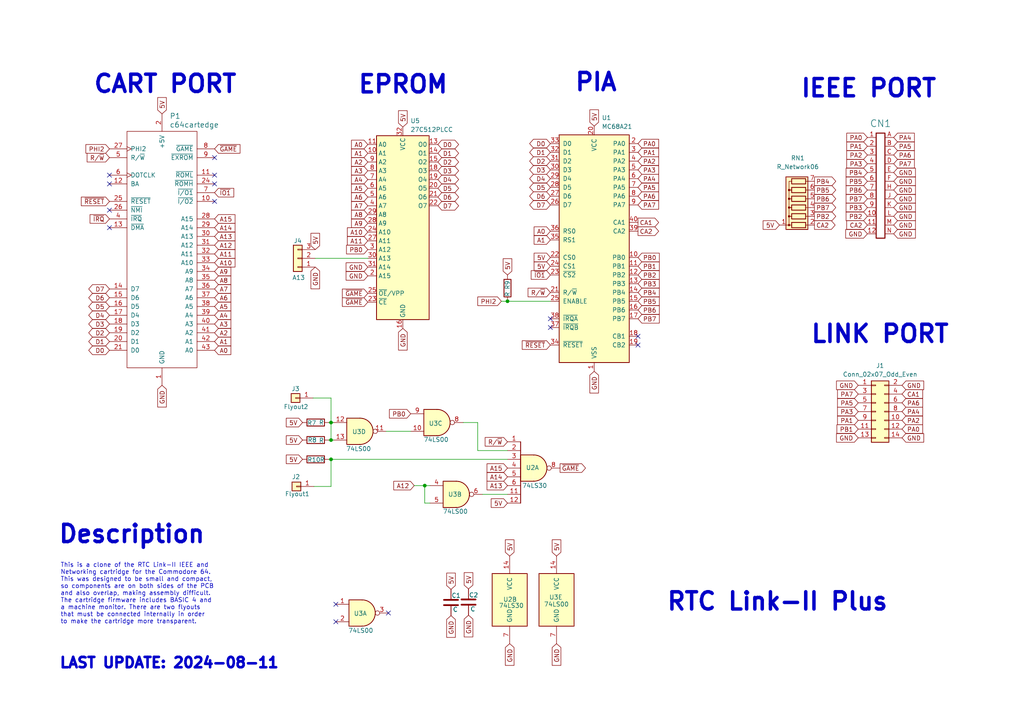
<source format=kicad_sch>
(kicad_sch (version 20231120) (generator "eeschema") (generator_version "8.0")
  (paper "A4")
  (lib_symbols
    (symbol "74xx:74LS00" (pin_names (offset 1.016))
      (property "Reference" "U" (at 0 1.27 0))
      (property "Value" "74LS00" (at 0 -1.27 0))
      (symbol "74LS00_1_1"
        (pin input line (at -7.62 2.54 0) (length 3.81) (name "~") (number "1"))
        (pin input line (at -7.62 -2.54 0) (length 3.81) (name "~") (number "2"))
        (pin output inverted (at 7.62 0 180) (length 3.81) (name "~") (number "3"))
      )
      (symbol "74LS00_1_2"
        (pin input inverted (at -7.62 2.54 0) (length 4.318) (name "~") (number "1"))
        (pin input inverted (at -7.62 -2.54 0) (length 4.318) (name "~") (number "2"))
        (pin output line (at 7.62 0 180) (length 3.81) (name "~") (number "3"))
      )
      (symbol "74LS00_2_1"
        (pin input line (at -7.62 2.54 0) (length 3.81) (name "~") (number "4"))
        (pin input line (at -7.62 -2.54 0) (length 3.81) (name "~") (number "5"))
        (pin output inverted (at 7.62 0 180) (length 3.81) (name "~") (number "6"))
      )
      (symbol "74LS00_2_2"
        (pin input inverted (at -7.62 2.54 0) (length 4.318) (name "~") (number "4"))
        (pin input inverted (at -7.62 -2.54 0) (length 4.318) (name "~") (number "5"))
        (pin output line (at 7.62 0 180) (length 3.81) (name "~") (number "6"))
      )
      (symbol "74LS00_3_1"
        (pin input line (at -7.62 -2.54 0) (length 3.81) (name "~") (number "10"))
        (pin output inverted (at 7.62 0 180) (length 3.81) (name "~") (number "8"))
        (pin input line (at -7.62 2.54 0) (length 3.81) (name "~") (number "9"))
      )
      (symbol "74LS00_3_2"
        (pin input inverted (at -7.62 -2.54 0) (length 4.318) (name "~") (number "10"))
        (pin output line (at 7.62 0 180) (length 3.81) (name "~") (number "8"))
        (pin input inverted (at -7.62 2.54 0) (length 4.318) (name "~") (number "9"))
      )
      (symbol "74LS00_4_1"
        (pin output inverted (at 7.62 0 180) (length 3.81) (name "~") (number "11"))
        (pin input line (at -7.62 2.54 0) (length 3.81) (name "~") (number "12"))
        (pin input line (at -7.62 -2.54 0) (length 3.81) (name "~") (number "13"))
      )
      (symbol "74LS00_4_2"
        (pin output line (at 7.62 0 180) (length 3.81) (name "~") (number "11"))
        (pin input inverted (at -7.62 2.54 0) (length 4.318) (name "~") (number "12"))
        (pin input inverted (at -7.62 -2.54 0) (length 4.318) (name "~") (number "13"))
      )
      (symbol "74LS00_5_0"
        (pin power_in line (at 0 12.7 270) (length 5.08) (name "VCC") (number "14"))
        (pin power_in line (at 0 -12.7 90) (length 5.08) (name "GND") (number "7"))
      )
    )
    (symbol "74xx:74LS30" (pin_names (offset 1.016))
      (property "Reference" "U" (at 0 1.27 0))
      (property "Value" "74LS30" (at 0 -1.27 0))
      (symbol "74LS30_1_1"
        (pin input line (at -7.62 7.62 0) (length 3.81) (name "~") (number "1"))
        (pin input line (at -7.62 -7.62 0) (length 3.81) (name "~") (number "11"))
        (pin input line (at -7.62 -10.16 0) (length 3.81) (name "~") (number "12"))
        (pin input line (at -7.62 5.08 0) (length 3.81) (name "~") (number "2"))
        (pin input line (at -7.62 2.54 0) (length 3.81) (name "~") (number "3"))
        (pin input line (at -7.62 0 0) (length 3.81) (name "~") (number "4"))
        (pin input line (at -7.62 -2.54 0) (length 3.81) (name "~") (number "5"))
        (pin input line (at -7.62 -5.08 0) (length 3.81) (name "~") (number "6"))
        (pin output inverted (at 7.62 0 180) (length 3.81) (name "~") (number "8"))
      )
      (symbol "74LS30_1_2"
        (pin input inverted (at -7.62 7.62 0) (length 3.81) (name "~") (number "1"))
        (pin input inverted (at -7.62 -7.62 0) (length 3.81) (name "~") (number "11"))
        (pin input inverted (at -7.62 -10.16 0) (length 3.81) (name "~") (number "12"))
        (pin input inverted (at -7.62 5.08 0) (length 3.81) (name "~") (number "2"))
        (pin input inverted (at -7.62 2.54 0) (length 4.5466) (name "~") (number "3"))
        (pin input inverted (at -7.62 0 0) (length 5.08) (name "~") (number "4"))
        (pin input inverted (at -7.62 -2.54 0) (length 4.5466) (name "~") (number "5"))
        (pin input inverted (at -7.62 -5.08 0) (length 3.81) (name "~") (number "6"))
        (pin output line (at 7.62 0 180) (length 3.81) (name "~") (number "8"))
      )
      (symbol "74LS30_2_0"
        (pin power_in line (at 0 12.7 270) (length 5.08) (name "VCC") (number "14"))
        (pin power_in line (at 0 -12.7 90) (length 5.08) (name "GND") (number "7"))
      )
    )
    (symbol "Connector_Generic:Conn_01x01" (pin_names (offset 1.016) hide)
      (property "Reference" "J" (at 0 2.54 0))
      (property "Value" "Conn_01x01" (at 0 -2.54 0))
      (symbol "Conn_01x01_1_1"
        (pin passive line (at -5.08 0 0) (length 3.81) (name "Pin_1") (number "1"))
      )
    )
    (symbol "Connector_Generic:Conn_01x03" (pin_names (offset 1.016) hide)
      (property "Reference" "J" (at 0 5.08 0))
      (property "Value" "Conn_01x03" (at 0 -5.08 0))
      (symbol "Conn_01x03_1_1"
        (pin passive line (at -5.08 2.54 0) (length 3.81) (name "Pin_1") (number "1"))
        (pin passive line (at -5.08 0 0) (length 3.81) (name "Pin_2") (number "2"))
        (pin passive line (at -5.08 -2.54 0) (length 3.81) (name "Pin_3") (number "3"))
      )
    )
    (symbol "Connector_Generic:Conn_02x07_Odd_Even" (pin_names (offset 1.016) hide)
      (property "Reference" "J" (at 1.27 10.16 0))
      (property "Value" "Conn_02x07_Odd_Even" (at 1.27 -10.16 0))
      (symbol "Conn_02x07_Odd_Even_1_1"
        (pin passive line (at -5.08 7.62 0) (length 3.81) (name "Pin_1") (number "1"))
        (pin passive line (at 7.62 -2.54 180) (length 3.81) (name "Pin_10") (number "10"))
        (pin passive line (at -5.08 -5.08 0) (length 3.81) (name "Pin_11") (number "11"))
        (pin passive line (at 7.62 -5.08 180) (length 3.81) (name "Pin_12") (number "12"))
        (pin passive line (at -5.08 -7.62 0) (length 3.81) (name "Pin_13") (number "13"))
        (pin passive line (at 7.62 -7.62 180) (length 3.81) (name "Pin_14") (number "14"))
        (pin passive line (at 7.62 7.62 180) (length 3.81) (name "Pin_2") (number "2"))
        (pin passive line (at -5.08 5.08 0) (length 3.81) (name "Pin_3") (number "3"))
        (pin passive line (at 7.62 5.08 180) (length 3.81) (name "Pin_4") (number "4"))
        (pin passive line (at -5.08 2.54 0) (length 3.81) (name "Pin_5") (number "5"))
        (pin passive line (at 7.62 2.54 180) (length 3.81) (name "Pin_6") (number "6"))
        (pin passive line (at -5.08 0 0) (length 3.81) (name "Pin_7") (number "7"))
        (pin passive line (at 7.62 0 180) (length 3.81) (name "Pin_8") (number "8"))
        (pin passive line (at -5.08 -2.54 0) (length 3.81) (name "Pin_9") (number "9"))
      )
    )
    (symbol "Device:C" (pin_numbers hide) (pin_names (offset 0.254))
      (property "Reference" "C" (at 0.635 2.54 0))
      (property "Value" "C" (at 0.635 -2.54 0))
      (symbol "C_1_1"
        (pin passive line (at 0 3.81 270) (length 2.794) (name "~") (number "1"))
        (pin passive line (at 0 -3.81 90) (length 2.794) (name "~") (number "2"))
      )
    )
    (symbol "Device:R" (pin_numbers hide) (pin_names (offset 0))
      (property "Reference" "R" (at 2.032 0 90))
      (property "Value" "R" (at 0 0 90))
      (symbol "R_1_1"
        (pin passive line (at 0 3.81 270) (length 1.27) (name "~") (number "1"))
        (pin passive line (at 0 -3.81 90) (length 1.27) (name "~") (number "2"))
      )
    )
    (symbol "Device:R_Network06" (pin_names (offset 0) hide)
      (property "Reference" "RN" (at -10.16 0 90))
      (property "Value" "R_Network06" (at 7.62 0 90))
      (symbol "R_Network06_1_1"
        (pin passive line (at -7.62 5.08 270) (length 2.54) (name "common") (number "1"))
        (pin passive line (at -7.62 -5.08 90) (length 1.27) (name "R1") (number "2"))
        (pin passive line (at -5.08 -5.08 90) (length 1.27) (name "R2") (number "3"))
        (pin passive line (at -2.54 -5.08 90) (length 1.27) (name "R3") (number "4"))
        (pin passive line (at 0 -5.08 90) (length 1.27) (name "R4") (number "5"))
        (pin passive line (at 2.54 -5.08 90) (length 1.27) (name "R5") (number "6"))
        (pin passive line (at 5.08 -5.08 90) (length 1.27) (name "R6") (number "7"))
      )
    )
    (symbol "Interface:MC68A21" (pin_names (offset 1.016))
      (property "Reference" "U" (at -7.62 34.29 0))
      (property "Value" "MC68A21" (at 10.16 34.29 0))
      (symbol "MC68A21_1_1"
        (pin power_in line (at 0 -35.56 90) (length 2.54) (name "VSS") (number "1"))
        (pin bidirectional line (at 12.7 -2.54 180) (length 2.54) (name "PB0") (number "10"))
        (pin bidirectional line (at 12.7 -5.08 180) (length 2.54) (name "PB1") (number "11"))
        (pin bidirectional line (at 12.7 -7.62 180) (length 2.54) (name "PB2") (number "12"))
        (pin bidirectional line (at 12.7 -10.16 180) (length 2.54) (name "PB3") (number "13"))
        (pin bidirectional line (at 12.7 -12.7 180) (length 2.54) (name "PB4") (number "14"))
        (pin bidirectional line (at 12.7 -15.24 180) (length 2.54) (name "PB5") (number "15"))
        (pin bidirectional line (at 12.7 -17.78 180) (length 2.54) (name "PB6") (number "16"))
        (pin bidirectional line (at 12.7 -20.32 180) (length 2.54) (name "PB7") (number "17"))
        (pin input line (at 12.7 -25.4 180) (length 2.54) (name "CB1") (number "18"))
        (pin bidirectional line (at 12.7 -27.94 180) (length 2.54) (name "CB2") (number "19"))
        (pin bidirectional line (at 12.7 30.48 180) (length 2.54) (name "PA0") (number "2"))
        (pin power_in line (at 0 35.56 270) (length 2.54) (name "VCC") (number "20"))
        (pin input line (at -12.7 -12.7 0) (length 2.54) (name "R/~{W}") (number "21"))
        (pin input line (at -12.7 -2.54 0) (length 2.54) (name "CS0") (number "22"))
        (pin input line (at -12.7 -7.62 0) (length 2.54) (name "~{CS2}") (number "23"))
        (pin input line (at -12.7 -5.08 0) (length 2.54) (name "CS1") (number "24"))
        (pin input line (at -12.7 -15.24 0) (length 2.54) (name "ENABLE") (number "25"))
        (pin bidirectional line (at -12.7 12.7 0) (length 2.54) (name "D7") (number "26"))
        (pin bidirectional line (at -12.7 15.24 0) (length 2.54) (name "D6") (number "27"))
        (pin bidirectional line (at -12.7 17.78 0) (length 2.54) (name "D5") (number "28"))
        (pin bidirectional line (at -12.7 20.32 0) (length 2.54) (name "D4") (number "29"))
        (pin bidirectional line (at 12.7 27.94 180) (length 2.54) (name "PA1") (number "3"))
        (pin bidirectional line (at -12.7 22.86 0) (length 2.54) (name "D3") (number "30"))
        (pin bidirectional line (at -12.7 25.4 0) (length 2.54) (name "D2") (number "31"))
        (pin bidirectional line (at -12.7 27.94 0) (length 2.54) (name "D1") (number "32"))
        (pin bidirectional line (at -12.7 30.48 0) (length 2.54) (name "D0") (number "33"))
        (pin input line (at -12.7 -27.94 0) (length 2.54) (name "~{RESET}") (number "34"))
        (pin input line (at -12.7 2.54 0) (length 2.54) (name "RS1") (number "35"))
        (pin input line (at -12.7 5.08 0) (length 2.54) (name "RS0") (number "36"))
        (pin open_collector line (at -12.7 -22.86 0) (length 2.54) (name "~{IRQB}") (number "37"))
        (pin open_collector line (at -12.7 -20.32 0) (length 2.54) (name "~{IRQA}") (number "38"))
        (pin bidirectional line (at 12.7 5.08 180) (length 2.54) (name "CA2") (number "39"))
        (pin bidirectional line (at 12.7 25.4 180) (length 2.54) (name "PA2") (number "4"))
        (pin input line (at 12.7 7.62 180) (length 2.54) (name "CA1") (number "40"))
        (pin bidirectional line (at 12.7 22.86 180) (length 2.54) (name "PA3") (number "5"))
        (pin bidirectional line (at 12.7 20.32 180) (length 2.54) (name "PA4") (number "6"))
        (pin bidirectional line (at 12.7 17.78 180) (length 2.54) (name "PA5") (number "7"))
        (pin bidirectional line (at 12.7 15.24 180) (length 2.54) (name "PA6") (number "8"))
        (pin bidirectional line (at 12.7 12.7 180) (length 2.54) (name "PA7") (number "9"))
      )
    )
    (symbol "Memory_EPROM:27C512PLCC"
      (property "Reference" "U" (at -7.62 26.67 0))
      (property "Value" "27C512PLCC" (at 2.54 -29.21 0))
      (symbol "27C512PLCC_1_1"
        (pin no_connect line (at 7.62 -17.78 180) (length 2.54) hide (name "NC") (number "1"))
        (pin input line (at -10.16 20.32 0) (length 2.54) (name "A1") (number "10"))
        (pin input line (at -10.16 22.86 0) (length 2.54) (name "A0") (number "11"))
        (pin no_connect line (at 7.62 -22.86 180) (length 2.54) hide (name "NC") (number "12"))
        (pin tri_state line (at 10.16 22.86 180) (length 2.54) (name "O0") (number "13"))
        (pin tri_state line (at 10.16 20.32 180) (length 2.54) (name "O1") (number "14"))
        (pin tri_state line (at 10.16 17.78 180) (length 2.54) (name "O2") (number "15"))
        (pin power_in line (at 0 -30.48 90) (length 2.54) (name "GND") (number "16"))
        (pin no_connect line (at 7.62 -20.32 180) (length 2.54) hide (name "NC") (number "17"))
        (pin tri_state line (at 10.16 15.24 180) (length 2.54) (name "O3") (number "18"))
        (pin tri_state line (at 10.16 12.7 180) (length 2.54) (name "O4") (number "19"))
        (pin input line (at -10.16 -15.24 0) (length 2.54) (name "A15") (number "2"))
        (pin tri_state line (at 10.16 10.16 180) (length 2.54) (name "O5") (number "20"))
        (pin tri_state line (at 10.16 7.62 180) (length 2.54) (name "O6") (number "21"))
        (pin tri_state line (at 10.16 5.08 180) (length 2.54) (name "O7") (number "22"))
        (pin input line (at -10.16 -22.86 0) (length 2.54) (name "~{CE}") (number "23"))
        (pin input line (at -10.16 -2.54 0) (length 2.54) (name "A10") (number "24"))
        (pin input line (at -10.16 -20.32 0) (length 2.54) (name "~{OE}/VPP") (number "25"))
        (pin no_connect line (at 7.62 -25.4 180) (length 2.54) hide (name "NC") (number "26"))
        (pin input line (at -10.16 -5.08 0) (length 2.54) (name "A11") (number "27"))
        (pin input line (at -10.16 0 0) (length 2.54) (name "A9") (number "28"))
        (pin input line (at -10.16 2.54 0) (length 2.54) (name "A8") (number "29"))
        (pin input line (at -10.16 -7.62 0) (length 2.54) (name "A12") (number "3"))
        (pin input line (at -10.16 -10.16 0) (length 2.54) (name "A13") (number "30"))
        (pin input line (at -10.16 -12.7 0) (length 2.54) (name "A14") (number "31"))
        (pin power_in line (at 0 27.94 270) (length 2.54) (name "VCC") (number "32"))
        (pin input line (at -10.16 5.08 0) (length 2.54) (name "A7") (number "4"))
        (pin input line (at -10.16 7.62 0) (length 2.54) (name "A6") (number "5"))
        (pin input line (at -10.16 10.16 0) (length 2.54) (name "A5") (number "6"))
        (pin input line (at -10.16 12.7 0) (length 2.54) (name "A4") (number "7"))
        (pin input line (at -10.16 15.24 0) (length 2.54) (name "A3") (number "8"))
        (pin input line (at -10.16 17.78 0) (length 2.54) (name "A2") (number "9"))
      )
    )
    (symbol "c64cartedge:c64cartedge" (pin_names (offset 1.016))
      (property "Reference" "P" (at -7.62 34.29 0))
      (property "Value" "c64cartedge" (at 0 0 90))
      (symbol "c64cartedge_1_1"
        (pin power_in line (at 0 -41.91 90) (length 5.08) (name "GND") (number "1"))
        (pin output line (at 15.24 11.43 180) (length 5.08) (name "~{I/O2}") (number "10"))
        (pin output line (at 15.24 19.05 180) (length 5.08) (name "~{ROML}") (number "11"))
        (pin output line (at -15.24 16.51 0) (length 5.08) (name "BA") (number "12"))
        (pin input line (at -15.24 3.81 0) (length 5.08) (name "~{DMA}") (number "13"))
        (pin output line (at -15.24 -13.97 0) (length 5.08) (name "D7") (number "14"))
        (pin output line (at -15.24 -16.51 0) (length 5.08) (name "D6") (number "15"))
        (pin output line (at -15.24 -19.05 0) (length 5.08) (name "D5") (number "16"))
        (pin output line (at -15.24 -21.59 0) (length 5.08) (name "D4") (number "17"))
        (pin output line (at -15.24 -24.13 0) (length 5.08) (name "D3") (number "18"))
        (pin output line (at -15.24 -26.67 0) (length 5.08) (name "D2") (number "19"))
        (pin power_in line (at 0 36.83 270) (length 5.08) (name "+5V") (number "2"))
        (pin output line (at -15.24 -29.21 0) (length 5.08) (name "D1") (number "20"))
        (pin output line (at -15.24 -31.75 0) (length 5.08) (name "D0") (number "21"))
        (pin power_in line (at 0 -41.91 90) (length 5.08) hide (name "GND") (number "22"))
        (pin power_in line (at 0 -41.91 90) (length 5.08) hide (name "GND") (number "23"))
        (pin output line (at 15.24 16.51 180) (length 5.08) (name "~{ROMH}") (number "24"))
        (pin input line (at -15.24 11.43 0) (length 5.08) (name "~{RESET}") (number "25"))
        (pin input line (at -15.24 8.89 0) (length 5.08) (name "~{NMI}") (number "26"))
        (pin output clock (at -15.24 26.67 0) (length 5.08) (name "PHI2") (number "27"))
        (pin output line (at 15.24 6.35 180) (length 5.08) (name "A15") (number "28"))
        (pin output line (at 15.24 3.81 180) (length 5.08) (name "A14") (number "29"))
        (pin power_in line (at 0 36.83 270) (length 5.08) hide (name "+5V") (number "3"))
        (pin output line (at 15.24 1.27 180) (length 5.08) (name "A13") (number "30"))
        (pin output line (at 15.24 -1.27 180) (length 5.08) (name "A12") (number "31"))
        (pin output line (at 15.24 -3.81 180) (length 5.08) (name "A11") (number "32"))
        (pin output line (at 15.24 -6.35 180) (length 5.08) (name "A10") (number "33"))
        (pin output line (at 15.24 -8.89 180) (length 5.08) (name "A9") (number "34"))
        (pin output line (at 15.24 -11.43 180) (length 5.08) (name "A8") (number "35"))
        (pin output line (at 15.24 -13.97 180) (length 5.08) (name "A7") (number "36"))
        (pin output line (at 15.24 -16.51 180) (length 5.08) (name "A6") (number "37"))
        (pin output line (at 15.24 -19.05 180) (length 5.08) (name "A5") (number "38"))
        (pin output line (at 15.24 -21.59 180) (length 5.08) (name "A4") (number "39"))
        (pin input line (at -15.24 6.35 0) (length 5.08) (name "~{IRQ}") (number "4"))
        (pin output line (at 15.24 -24.13 180) (length 5.08) (name "A3") (number "40"))
        (pin output line (at 15.24 -26.67 180) (length 5.08) (name "A2") (number "41"))
        (pin output line (at 15.24 -29.21 180) (length 5.08) (name "A1") (number "42"))
        (pin output line (at 15.24 -31.75 180) (length 5.08) (name "A0") (number "43"))
        (pin power_in line (at 0 -41.91 90) (length 5.08) hide (name "GND") (number "44"))
        (pin output line (at -15.24 24.13 0) (length 5.08) (name "R/~{W}") (number "5"))
        (pin output clock (at -15.24 19.05 0) (length 5.08) (name "DOTCLK") (number "6"))
        (pin output line (at 15.24 13.97 180) (length 5.08) (name "~{I/O1}") (number "7"))
        (pin input line (at 15.24 26.67 180) (length 5.08) (name "~{GAME}") (number "8"))
        (pin input line (at 15.24 24.13 180) (length 5.08) (name "~{EXROM}") (number "9"))
      )
    )
    (symbol "cbm:EDGE_CON_02x12" (pin_names (offset 1.016))
      (property "Reference" "CN" (at 0 17.78 0))
      (symbol "EDGE_CON_02x12_1_1"
        (pin input line (at -3.81 13.97 0) (length 2.54) (name "~") (number "1"))
        (pin input line (at -3.81 -8.89 0) (length 2.54) (name "~") (number "10"))
        (pin input line (at -3.81 -11.43 0) (length 2.54) (name "~") (number "11"))
        (pin input line (at -3.81 -13.97 0) (length 2.54) (name "~") (number "12"))
        (pin input line (at -3.81 11.43 0) (length 2.54) (name "~") (number "2"))
        (pin input line (at -3.81 8.89 0) (length 2.54) (name "~") (number "3"))
        (pin input line (at -3.81 6.35 0) (length 2.54) (name "~") (number "4"))
        (pin input line (at -3.81 3.81 0) (length 2.54) (name "~") (number "5"))
        (pin input line (at -3.81 1.27 0) (length 2.54) (name "~") (number "6"))
        (pin input line (at -3.81 -1.27 0) (length 2.54) (name "~") (number "7"))
        (pin input line (at -3.81 -3.81 0) (length 2.54) (name "~") (number "8"))
        (pin input line (at -3.81 -6.35 0) (length 2.54) (name "~") (number "9"))
        (pin input line (at 3.81 13.97 180) (length 2.54) (name "~") (number "A"))
        (pin input line (at 3.81 11.43 180) (length 2.54) (name "~") (number "B"))
        (pin input line (at 3.81 8.89 180) (length 2.54) (name "~") (number "C"))
        (pin input line (at 3.81 6.35 180) (length 2.54) (name "~") (number "D"))
        (pin input line (at 3.81 3.81 180) (length 2.54) (name "~") (number "E"))
        (pin input line (at 3.81 1.27 180) (length 2.54) (name "~") (number "F"))
        (pin input line (at 3.81 -1.27 180) (length 2.54) (name "~") (number "H"))
        (pin input line (at 3.81 -3.81 180) (length 2.54) (name "~") (number "J"))
        (pin input line (at 3.81 -6.35 180) (length 2.54) (name "~") (number "K"))
        (pin input line (at 3.81 -8.89 180) (length 2.54) (name "~") (number "L"))
        (pin input line (at 3.81 -11.43 180) (length 2.54) (name "~") (number "M"))
        (pin input line (at 3.81 -13.97 180) (length 2.54) (name "~") (number "N"))
      )
    )
  )
  (junction (at 96.012 127.635))
  (junction (at 147.193 87.376))
  (junction (at 123.19 140.843))
  (junction (at 96.012 133.223))
  (junction (at 96.012 122.555))
  (no_connect (at 31.75 53.34))
  (no_connect (at 31.75 66.04))
  (no_connect (at 62.23 58.42))
  (no_connect (at 185.039 100.076))
  (no_connect (at 159.639 94.996))
  (no_connect (at 97.409 180.34))
  (no_connect (at 97.409 175.26))
  (no_connect (at 62.23 50.8))
  (no_connect (at 62.23 53.34))
  (no_connect (at 185.039 97.536))
  (no_connect (at 159.639 92.456))
  (no_connect (at 31.75 50.8))
  (no_connect (at 31.75 60.96))
  (no_connect (at 62.23 45.72))
  (no_connect (at 112.649 177.8))
  (wire (pts (xy 96.012 122.555) (xy 96.774 122.555)))
  (wire (pts (xy 120.142 140.843) (xy 123.19 140.843)))
  (wire (pts (xy 95.377 122.555) (xy 96.012 122.555)))
  (wire (pts (xy 91.44 74.93) (xy 106.68 74.93)))
  (wire (pts (xy 139.954 143.383) (xy 147.193 143.383)))
  (wire (pts (xy 90.805 115.443) (xy 96.012 115.443)))
  (wire (pts (xy 147.193 87.376) (xy 159.639 87.376)))
  (wire (pts (xy 123.19 145.923) (xy 123.19 140.843)))
  (wire (pts (xy 138.557 130.683) (xy 138.557 122.555)))
  (wire (pts (xy 138.557 122.555) (xy 134.366 122.555)))
  (wire (pts (xy 96.012 133.223) (xy 147.193 133.223)))
  (wire (pts (xy 123.19 140.843) (xy 124.714 140.843)))
  (wire (pts (xy 96.012 141.097) (xy 96.012 133.223)))
  (wire (pts (xy 145.415 87.376) (xy 147.193 87.376)))
  (wire (pts (xy 124.714 145.923) (xy 123.19 145.923)))
  (wire (pts (xy 95.377 127.635) (xy 96.012 127.635)))
  (wire (pts (xy 91.059 141.097) (xy 96.012 141.097)))
  (wire (pts (xy 112.014 125.095) (xy 119.126 125.095)))
  (wire (pts (xy 95.377 133.223) (xy 96.012 133.223)))
  (wire (pts (xy 96.012 122.555) (xy 96.012 127.635)))
  (wire (pts (xy 96.012 115.443) (xy 96.012 122.555)))
  (wire (pts (xy 147.193 130.683) (xy 138.557 130.683)))
  (wire (pts (xy 96.012 127.635) (xy 96.774 127.635)))
  (text "IEEE PORT" (at 231.902 28.702 0) (effects (font (size 5 5) (thickness 1) (bold yes)) (justify left bottom)))
  (text "Description" (at 16.637 157.988 0) (effects (font (size 5 5) (thickness 1) (bold yes)) (justify left bottom)))
  (text "EPROM" (at 103.505 27.559 0) (effects (font (size 5 5) (thickness 1) (bold yes)) (justify left bottom)))
  (text "LAST UPDATE: 2024-08-11" (at 17.018 194.183 0) (effects (font (size 3 3) (thickness 0.8) (bold yes)) (justify left bottom)))
  (text "PIA" (at 166.37 26.924 0) (effects (font (size 5 5) (thickness 1) (bold yes)) (justify left bottom)))
  (text "This is a clone of the RTC Link-II IEEE and\nNetworking cartridge for the Commodore 64.\nThis was designed to be small and compact,\nso components are on both sides of the PCB\nand also overlap, making assembly difficult.\nThe cartridge firmware includes BASIC 4 and\na machine monitor. There are two flyouts\nthat must be connected internally in order\nto make the cartridge more transparent." (at 17.526 181.102 0) (effects (font (size 1.27 1.27)) (justify left bottom)))
  (text "CART PORT" (at 26.797 27.432 0) (effects (font (size 5 5) (thickness 1) (bold yes)) (justify left bottom)))
  (text "RTC Link-II Plus" (at 193.04 177.546 0) (effects (font (size 5 5) (thickness 1) (bold yes)) (justify left bottom)))
  (text "LINK PORT" (at 234.823 99.949 0) (effects (font (size 5 5) (thickness 1) (bold yes)) (justify left bottom)))
  (global_label "PA0" (shape input) (at 185.039 41.656 0) (property "Intersheetrefs" "${INTERSHEET_REFS}" (effects (hide yes))))
  (global_label "PB7" (shape input) (at 185.039 92.456 0) (property "Intersheetrefs" "${INTERSHEET_REFS}" (effects (hide yes))))
  (global_label "PA0" (shape input) (at 251.587 39.878 180) (property "Intersheetrefs" "${INTERSHEET_REFS}" (effects (hide yes))))
  (global_label "A3" (shape input) (at 106.68 49.53 180) (property "Intersheetrefs" "${INTERSHEET_REFS}" (effects (hide yes))))
  (global_label "GND" (shape input) (at 147.828 186.69 270) (property "Intersheetrefs" "${INTERSHEET_REFS}" (effects (hide yes))))
  (global_label "D7" (shape bidirectional) (at 127 59.69 0) (property "Intersheetrefs" "${INTERSHEET_REFS}" (effects (hide yes))))
  (global_label "A15" (shape input) (at 147.193 135.763 180) (property "Intersheetrefs" "${INTERSHEET_REFS}" (effects (hide yes))))
  (global_label "GND" (shape input) (at 135.89 178.435 270) (property "Intersheetrefs" "${INTERSHEET_REFS}" (effects (hide yes))))
  (global_label "PA3" (shape input) (at 248.92 119.38 180) (property "Intersheetrefs" "${INTERSHEET_REFS}" (effects (hide yes))))
  (global_label "GND" (shape input) (at 130.81 178.562 270) (property "Intersheetrefs" "${INTERSHEET_REFS}" (effects (hide yes))))
  (global_label "PHI2" (shape input) (at 31.75 43.18 180) (property "Intersheetrefs" "${INTERSHEET_REFS}" (effects (hide yes))))
  (global_label "PB7" (shape input) (at 251.587 57.658 180) (property "Intersheetrefs" "${INTERSHEET_REFS}" (effects (hide yes))))
  (global_label "PA5" (shape input) (at 185.039 54.356 0) (property "Intersheetrefs" "${INTERSHEET_REFS}" (effects (hide yes))))
  (global_label "A1" (shape input) (at 159.639 69.596 180) (property "Intersheetrefs" "${INTERSHEET_REFS}" (effects (hide yes))))
  (global_label "GND" (shape input) (at 106.68 77.47 180) (property "Intersheetrefs" "${INTERSHEET_REFS}" (effects (hide yes))))
  (global_label "PA1" (shape input) (at 251.587 42.418 180) (property "Intersheetrefs" "${INTERSHEET_REFS}" (effects (hide yes))))
  (global_label "PA6" (shape input) (at 185.039 56.896 0) (property "Intersheetrefs" "${INTERSHEET_REFS}" (effects (hide yes))))
  (global_label "PA1" (shape input) (at 248.92 121.92 180) (property "Intersheetrefs" "${INTERSHEET_REFS}" (effects (hide yes))))
  (global_label "D6" (shape bidirectional) (at 127 57.15 0) (property "Intersheetrefs" "${INTERSHEET_REFS}" (effects (hide yes))))
  (global_label "GND" (shape input) (at 161.417 186.69 270) (property "Intersheetrefs" "${INTERSHEET_REFS}" (effects (hide yes))))
  (global_label "GND" (shape input) (at 259.207 55.118 0) (property "Intersheetrefs" "${INTERSHEET_REFS}" (effects (hide yes))))
  (global_label "D1" (shape bidirectional) (at 159.639 44.196 180) (property "Intersheetrefs" "${INTERSHEET_REFS}" (effects (hide yes))))
  (global_label "PB4" (shape input) (at 251.587 50.038 180) (property "Intersheetrefs" "${INTERSHEET_REFS}" (effects (hide yes))))
  (global_label "PB4" (shape output) (at 236.22 52.578 0) (property "Intersheetrefs" "${INTERSHEET_REFS}" (effects (hide yes))))
  (global_label "D0" (shape bidirectional) (at 159.639 41.656 180) (property "Intersheetrefs" "${INTERSHEET_REFS}" (effects (hide yes))))
  (global_label "~{GAME}" (shape output) (at 162.433 135.763 0) (property "Intersheetrefs" "${INTERSHEET_REFS}" (effects (hide yes))))
  (global_label "PB0" (shape input) (at 185.039 74.676 0) (property "Intersheetrefs" "${INTERSHEET_REFS}" (effects (hide yes))))
  (global_label "D4" (shape bidirectional) (at 127 52.07 0) (property "Intersheetrefs" "${INTERSHEET_REFS}" (effects (hide yes))))
  (global_label "A15" (shape input) (at 62.23 63.5 0) (property "Intersheetrefs" "${INTERSHEET_REFS}" (effects (hide yes))))
  (global_label "5V" (shape input) (at 87.757 133.223 180) (property "Intersheetrefs" "${INTERSHEET_REFS}" (effects (hide yes))))
  (global_label "D0" (shape bidirectional) (at 127 41.91 0) (property "Intersheetrefs" "${INTERSHEET_REFS}" (effects (hide yes))))
  (global_label "D3" (shape bidirectional) (at 31.75 93.98 180) (property "Intersheetrefs" "${INTERSHEET_REFS}" (effects (hide yes))))
  (global_label "PA0" (shape input) (at 261.62 124.46 0) (property "Intersheetrefs" "${INTERSHEET_REFS}" (effects (hide yes))))
  (global_label "5V" (shape input) (at 147.828 161.29 90) (property "Intersheetrefs" "${INTERSHEET_REFS}" (effects (hide yes))))
  (global_label "PA5" (shape input) (at 248.92 116.84 180) (property "Intersheetrefs" "${INTERSHEET_REFS}" (effects (hide yes))))
  (global_label "A7" (shape input) (at 106.68 59.69 180) (property "Intersheetrefs" "${INTERSHEET_REFS}" (effects (hide yes))))
  (global_label "CA2" (shape output) (at 185.039 67.056 0) (property "Intersheetrefs" "${INTERSHEET_REFS}" (effects (hide yes))))
  (global_label "~{RESET}" (shape input) (at 31.75 58.42 180) (property "Intersheetrefs" "${INTERSHEET_REFS}" (effects (hide yes))))
  (global_label "D5" (shape bidirectional) (at 159.639 54.356 180) (property "Intersheetrefs" "${INTERSHEET_REFS}" (effects (hide yes))))
  (global_label "A2" (shape input) (at 62.23 96.52 0) (property "Intersheetrefs" "${INTERSHEET_REFS}" (effects (hide yes))))
  (global_label "5V" (shape input) (at 226.06 65.278 180) (property "Intersheetrefs" "${INTERSHEET_REFS}" (effects (hide yes))))
  (global_label "5V" (shape input) (at 46.99 33.02 90) (property "Intersheetrefs" "${INTERSHEET_REFS}" (effects (hide yes))))
  (global_label "A2" (shape input) (at 106.68 46.99 180) (property "Intersheetrefs" "${INTERSHEET_REFS}" (effects (hide yes))))
  (global_label "D5" (shape bidirectional) (at 31.75 88.9 180) (property "Intersheetrefs" "${INTERSHEET_REFS}" (effects (hide yes))))
  (global_label "~{RESET}" (shape input) (at 159.639 100.076 180) (property "Intersheetrefs" "${INTERSHEET_REFS}" (effects (hide yes))))
  (global_label "PA7" (shape input) (at 259.207 47.498 0) (property "Intersheetrefs" "${INTERSHEET_REFS}" (effects (hide yes))))
  (global_label "A4" (shape input) (at 106.68 52.07 180) (property "Intersheetrefs" "${INTERSHEET_REFS}" (effects (hide yes))))
  (global_label "~{IO1}" (shape input) (at 159.639 79.756 180) (property "Intersheetrefs" "${INTERSHEET_REFS}" (effects (hide yes))))
  (global_label "PA2" (shape input) (at 185.039 46.736 0) (property "Intersheetrefs" "${INTERSHEET_REFS}" (effects (hide yes))))
  (global_label "5V" (shape input) (at 135.89 170.815 90) (property "Intersheetrefs" "${INTERSHEET_REFS}" (effects (hide yes))))
  (global_label "5V" (shape input) (at 147.193 145.923 180) (property "Intersheetrefs" "${INTERSHEET_REFS}" (effects (hide yes))))
  (global_label "A14" (shape input) (at 147.193 138.303 180) (property "Intersheetrefs" "${INTERSHEET_REFS}" (effects (hide yes))))
  (global_label "5V" (shape input) (at 91.44 72.39 90) (property "Intersheetrefs" "${INTERSHEET_REFS}" (effects (hide yes))))
  (global_label "A13" (shape input) (at 147.193 140.843 180) (property "Intersheetrefs" "${INTERSHEET_REFS}" (effects (hide yes))))
  (global_label "D1" (shape bidirectional) (at 31.75 99.06 180) (property "Intersheetrefs" "${INTERSHEET_REFS}" (effects (hide yes))))
  (global_label "PB6" (shape output) (at 236.22 57.658 0) (property "Intersheetrefs" "${INTERSHEET_REFS}" (effects (hide yes))))
  (global_label "GND" (shape input) (at 259.207 67.818 0) (property "Intersheetrefs" "${INTERSHEET_REFS}" (effects (hide yes))))
  (global_label "5V" (shape input) (at 147.193 79.756 90) (property "Intersheetrefs" "${INTERSHEET_REFS}" (effects (hide yes))))
  (global_label "A12" (shape input) (at 62.23 71.12 0) (property "Intersheetrefs" "${INTERSHEET_REFS}" (effects (hide yes))))
  (global_label "5V" (shape input) (at 159.639 74.676 180) (property "Intersheetrefs" "${INTERSHEET_REFS}" (effects (hide yes))))
  (global_label "GND" (shape input) (at 259.207 65.278 0) (property "Intersheetrefs" "${INTERSHEET_REFS}" (effects (hide yes))))
  (global_label "PA2" (shape input) (at 261.62 121.92 0) (property "Intersheetrefs" "${INTERSHEET_REFS}" (effects (hide yes))))
  (global_label "PA6" (shape input) (at 261.62 116.84 0) (property "Intersheetrefs" "${INTERSHEET_REFS}" (effects (hide yes))))
  (global_label "A0" (shape input) (at 159.639 67.056 180) (property "Intersheetrefs" "${INTERSHEET_REFS}" (effects (hide yes))))
  (global_label "PB2" (shape input) (at 185.039 79.756 0) (property "Intersheetrefs" "${INTERSHEET_REFS}" (effects (hide yes))))
  (global_label "5V" (shape input) (at 172.339 36.576 90) (property "Intersheetrefs" "${INTERSHEET_REFS}" (effects (hide yes))))
  (global_label "PB1" (shape input) (at 185.039 77.216 0) (property "Intersheetrefs" "${INTERSHEET_REFS}" (effects (hide yes))))
  (global_label "GND" (shape input) (at 106.68 80.01 180) (property "Intersheetrefs" "${INTERSHEET_REFS}" (effects (hide yes))))
  (global_label "PB3" (shape input) (at 185.039 82.296 0) (property "Intersheetrefs" "${INTERSHEET_REFS}" (effects (hide yes))))
  (global_label "CA2" (shape input) (at 251.587 65.278 180) (property "Intersheetrefs" "${INTERSHEET_REFS}" (effects (hide yes))))
  (global_label "PHI2" (shape input) (at 145.415 87.376 180) (property "Intersheetrefs" "${INTERSHEET_REFS}" (effects (hide yes))))
  (global_label "~{IO1}" (shape input) (at 62.23 55.88 0) (property "Intersheetrefs" "${INTERSHEET_REFS}" (effects (hide yes))))
  (global_label "PB4" (shape input) (at 185.039 84.836 0) (property "Intersheetrefs" "${INTERSHEET_REFS}" (effects (hide yes))))
  (global_label "A4" (shape input) (at 62.23 91.44 0) (property "Intersheetrefs" "${INTERSHEET_REFS}" (effects (hide yes))))
  (global_label "A14" (shape input) (at 62.23 66.04 0) (property "Intersheetrefs" "${INTERSHEET_REFS}" (effects (hide yes))))
  (global_label "PB6" (shape input) (at 185.039 89.916 0) (property "Intersheetrefs" "${INTERSHEET_REFS}" (effects (hide yes))))
  (global_label "A12" (shape input) (at 120.142 140.843 180) (property "Intersheetrefs" "${INTERSHEET_REFS}" (effects (hide yes))))
  (global_label "A13" (shape input) (at 62.23 68.58 0) (property "Intersheetrefs" "${INTERSHEET_REFS}" (effects (hide yes))))
  (global_label "GND" (shape input) (at 172.339 107.696 270) (property "Intersheetrefs" "${INTERSHEET_REFS}" (effects (hide yes))))
  (global_label "PA3" (shape input) (at 185.039 49.276 0) (property "Intersheetrefs" "${INTERSHEET_REFS}" (effects (hide yes))))
  (global_label "PA5" (shape input) (at 259.207 42.418 0) (property "Intersheetrefs" "${INTERSHEET_REFS}" (effects (hide yes))))
  (global_label "A8" (shape input) (at 106.68 62.23 180) (property "Intersheetrefs" "${INTERSHEET_REFS}" (effects (hide yes))))
  (global_label "5V" (shape input) (at 130.81 170.942 90) (property "Intersheetrefs" "${INTERSHEET_REFS}" (effects (hide yes))))
  (global_label "~{IRQ}" (shape input) (at 31.75 63.5 180) (property "Intersheetrefs" "${INTERSHEET_REFS}" (effects (hide yes))))
  (global_label "5V" (shape input) (at 161.417 161.29 90) (property "Intersheetrefs" "${INTERSHEET_REFS}" (effects (hide yes))))
  (global_label "5V" (shape input) (at 87.757 122.555 180) (property "Intersheetrefs" "${INTERSHEET_REFS}" (effects (hide yes))))
  (global_label "GND" (shape input) (at 259.207 52.578 0) (property "Intersheetrefs" "${INTERSHEET_REFS}" (effects (hide yes))))
  (global_label "PB0" (shape input) (at 106.68 72.39 180) (property "Intersheetrefs" "${INTERSHEET_REFS}" (effects (hide yes))))
  (global_label "D2" (shape bidirectional) (at 127 46.99 0) (property "Intersheetrefs" "${INTERSHEET_REFS}" (effects (hide yes))))
  (global_label "A9" (shape input) (at 62.23 78.74 0) (property "Intersheetrefs" "${INTERSHEET_REFS}" (effects (hide yes))))
  (global_label "PB5" (shape output) (at 236.22 55.118 0) (property "Intersheetrefs" "${INTERSHEET_REFS}" (effects (hide yes))))
  (global_label "A10" (shape input) (at 62.23 76.2 0) (property "Intersheetrefs" "${INTERSHEET_REFS}" (effects (hide yes))))
  (global_label "GND" (shape input) (at 251.587 67.818 180) (property "Intersheetrefs" "${INTERSHEET_REFS}" (effects (hide yes))))
  (global_label "PA3" (shape input) (at 251.587 47.498 180) (property "Intersheetrefs" "${INTERSHEET_REFS}" (effects (hide yes))))
  (global_label "GND" (shape input) (at 261.62 111.76 0) (property "Intersheetrefs" "${INTERSHEET_REFS}" (effects (hide yes))))
  (global_label "D5" (shape bidirectional) (at 127 54.61 0) (property "Intersheetrefs" "${INTERSHEET_REFS}" (effects (hide yes))))
  (global_label "A0" (shape input) (at 62.23 101.6 0) (property "Intersheetrefs" "${INTERSHEET_REFS}" (effects (hide yes))))
  (global_label "CA1" (shape output) (at 185.039 64.516 0) (property "Intersheetrefs" "${INTERSHEET_REFS}" (effects (hide yes))))
  (global_label "R{slash}~{W}" (shape input) (at 31.75 45.72 180) (property "Intersheetrefs" "${INTERSHEET_REFS}" (effects (hide yes))))
  (global_label "PA7" (shape input) (at 248.92 114.3 180) (property "Intersheetrefs" "${INTERSHEET_REFS}" (effects (hide yes))))
  (global_label "5V" (shape input) (at 159.639 77.216 180) (property "Intersheetrefs" "${INTERSHEET_REFS}" (effects (hide yes))))
  (global_label "GND" (shape input) (at 259.207 60.198 0) (property "Intersheetrefs" "${INTERSHEET_REFS}" (effects (hide yes))))
  (global_label "GND" (shape input) (at 261.62 127 0) (property "Intersheetrefs" "${INTERSHEET_REFS}" (effects (hide yes))))
  (global_label "PB1" (shape input) (at 248.92 124.46 180) (property "Intersheetrefs" "${INTERSHEET_REFS}" (effects (hide yes))))
  (global_label "GND" (shape input) (at 259.207 62.738 0) (property "Intersheetrefs" "${INTERSHEET_REFS}" (effects (hide yes))))
  (global_label "A11" (shape input) (at 62.23 73.66 0) (property "Intersheetrefs" "${INTERSHEET_REFS}" (effects (hide yes))))
  (global_label "PA2" (shape input) (at 251.587 44.958 180) (property "Intersheetrefs" "${INTERSHEET_REFS}" (effects (hide yes))))
  (global_label "A3" (shape input) (at 62.23 93.98 0) (property "Intersheetrefs" "${INTERSHEET_REFS}" (effects (hide yes))))
  (global_label "D6" (shape bidirectional) (at 31.75 86.36 180) (property "Intersheetrefs" "${INTERSHEET_REFS}" (effects (hide yes))))
  (global_label "D1" (shape bidirectional) (at 127 44.45 0) (property "Intersheetrefs" "${INTERSHEET_REFS}" (effects (hide yes))))
  (global_label "PA4" (shape input) (at 259.207 39.878 0) (property "Intersheetrefs" "${INTERSHEET_REFS}" (effects (hide yes))))
  (global_label "A1" (shape input) (at 106.68 44.45 180) (property "Intersheetrefs" "${INTERSHEET_REFS}" (effects (hide yes))))
  (global_label "A1" (shape input) (at 62.23 99.06 0) (property "Intersheetrefs" "${INTERSHEET_REFS}" (effects (hide yes))))
  (global_label "D7" (shape bidirectional) (at 159.639 59.436 180) (property "Intersheetrefs" "${INTERSHEET_REFS}" (effects (hide yes))))
  (global_label "PA6" (shape input) (at 259.207 44.958 0) (property "Intersheetrefs" "${INTERSHEET_REFS}" (effects (hide yes))))
  (global_label "D0" (shape bidirectional) (at 31.75 101.6 180) (property "Intersheetrefs" "${INTERSHEET_REFS}" (effects (hide yes))))
  (global_label "D2" (shape bidirectional) (at 159.639 46.736 180) (property "Intersheetrefs" "${INTERSHEET_REFS}" (effects (hide yes))))
  (global_label "D4" (shape bidirectional) (at 159.639 51.816 180) (property "Intersheetrefs" "${INTERSHEET_REFS}" (effects (hide yes))))
  (global_label "R{slash}~{W}" (shape input) (at 159.639 84.836 180) (property "Intersheetrefs" "${INTERSHEET_REFS}" (effects (hide yes))))
  (global_label "D4" (shape bidirectional) (at 31.75 91.44 180) (property "Intersheetrefs" "${INTERSHEET_REFS}" (effects (hide yes))))
  (global_label "D6" (shape bidirectional) (at 159.639 56.896 180) (property "Intersheetrefs" "${INTERSHEET_REFS}" (effects (hide yes))))
  (global_label "5V" (shape input) (at 116.84 36.83 90) (property "Intersheetrefs" "${INTERSHEET_REFS}" (effects (hide yes))))
  (global_label "GND" (shape input) (at 248.92 127 180) (property "Intersheetrefs" "${INTERSHEET_REFS}" (effects (hide yes))))
  (global_label "GND" (shape input) (at 116.84 95.25 270) (property "Intersheetrefs" "${INTERSHEET_REFS}" (effects (hide yes))))
  (global_label "GND" (shape input) (at 259.207 57.658 0) (property "Intersheetrefs" "${INTERSHEET_REFS}" (effects (hide yes))))
  (global_label "~{GAME}" (shape input) (at 106.68 85.09 180) (property "Intersheetrefs" "${INTERSHEET_REFS}" (effects (hide yes))))
  (global_label "PA1" (shape input) (at 185.039 44.196 0) (property "Intersheetrefs" "${INTERSHEET_REFS}" (effects (hide yes))))
  (global_label "R{slash}~{W}" (shape input) (at 147.193 128.143 180) (property "Intersheetrefs" "${INTERSHEET_REFS}" (effects (hide yes))))
  (global_label "PB6" (shape input) (at 251.587 55.118 180) (property "Intersheetrefs" "${INTERSHEET_REFS}" (effects (hide yes))))
  (global_label "A5" (shape input) (at 106.68 54.61 180) (property "Intersheetrefs" "${INTERSHEET_REFS}" (effects (hide yes))))
  (global_label "D7" (shape bidirectional) (at 31.75 83.82 180) (property "Intersheetrefs" "${INTERSHEET_REFS}" (effects (hide yes))))
  (global_label "GND" (shape input) (at 91.44 77.47 270) (property "Intersheetrefs" "${INTERSHEET_REFS}" (effects (hide yes))))
  (global_label "PB0" (shape input) (at 119.126 120.015 180) (property "Intersheetrefs" "${INTERSHEET_REFS}" (effects (hide yes))))
  (global_label "~{GAME}" (shape input) (at 62.23 43.18 0) (property "Intersheetrefs" "${INTERSHEET_REFS}" (effects (hide yes))))
  (global_label "A11" (shape input) (at 106.68 69.85 180) (property "Intersheetrefs" "${INTERSHEET_REFS}" (effects (hide yes))))
  (global_label "A8" (shape input) (at 62.23 81.28 0) (property "Intersheetrefs" "${INTERSHEET_REFS}" (effects (hide yes))))
  (global_label "CA1" (shape input) (at 261.62 114.3 0) (property "Intersheetrefs" "${INTERSHEET_REFS}" (effects (hide yes))))
  (global_label "A7" (shape input) (at 62.23 83.82 0) (property "Intersheetrefs" "${INTERSHEET_REFS}" (effects (hide yes))))
  (global_label "PA4" (shape input) (at 261.62 119.38 0) (property "Intersheetrefs" "${INTERSHEET_REFS}" (effects (hide yes))))
  (global_label "GND" (shape input) (at 46.99 111.76 270) (property "Intersheetrefs" "${INTERSHEET_REFS}" (effects (hide yes))))
  (global_label "PB2" (shape input) (at 251.587 62.738 180) (property "Intersheetrefs" "${INTERSHEET_REFS}" (effects (hide yes))))
  (global_label "D3" (shape bidirectional) (at 159.639 49.276 180) (property "Intersheetrefs" "${INTERSHEET_REFS}" (effects (hide yes))))
  (global_label "A0" (shape input) (at 106.68 41.91 180) (property "Intersheetrefs" "${INTERSHEET_REFS}" (effects (hide yes))))
  (global_label "PB7" (shape output) (at 236.22 60.198 0) (property "Intersheetrefs" "${INTERSHEET_REFS}" (effects (hide yes))))
  (global_label "D2" (shape bidirectional) (at 31.75 96.52 180) (property "Intersheetrefs" "${INTERSHEET_REFS}" (effects (hide yes))))
  (global_label "~{GAME}" (shape input) (at 106.68 87.63 180) (property "Intersheetrefs" "${INTERSHEET_REFS}" (effects (hide yes))))
  (global_label "A9" (shape input) (at 106.68 64.77 180) (property "Intersheetrefs" "${INTERSHEET_REFS}" (effects (hide yes))))
  (global_label "PB5" (shape input) (at 185.039 87.376 0) (property "Intersheetrefs" "${INTERSHEET_REFS}" (effects (hide yes))))
  (global_label "PB5" (shape input) (at 251.587 52.578 180) (property "Intersheetrefs" "${INTERSHEET_REFS}" (effects (hide yes))))
  (global_label "PA7" (shape input) (at 185.039 59.436 0) (property "Intersheetrefs" "${INTERSHEET_REFS}" (effects (hide yes))))
  (global_label "CA2" (shape output) (at 236.22 65.278 0) (property "Intersheetrefs" "${INTERSHEET_REFS}" (effects (hide yes))))
  (global_label "PB2" (shape output) (at 236.22 62.738 0) (property "Intersheetrefs" "${INTERSHEET_REFS}" (effects (hide yes))))
  (global_label "5V" (shape input) (at 87.757 127.635 180) (property "Intersheetrefs" "${INTERSHEET_REFS}" (effects (hide yes))))
  (global_label "A5" (shape input) (at 62.23 88.9 0) (property "Intersheetrefs" "${INTERSHEET_REFS}" (effects (hide yes))))
  (global_label "A6" (shape input) (at 106.68 57.15 180) (property "Intersheetrefs" "${INTERSHEET_REFS}" (effects (hide yes))))
  (global_label "PB3" (shape input) (at 251.587 60.198 180) (property "Intersheetrefs" "${INTERSHEET_REFS}" (effects (hide yes))))
  (global_label "D3" (shape bidirectional) (at 127 49.53 0) (property "Intersheetrefs" "${INTERSHEET_REFS}" (effects (hide yes))))
  (global_label "A6" (shape input) (at 62.23 86.36 0) (property "Intersheetrefs" "${INTERSHEET_REFS}" (effects (hide yes))))
  (global_label "GND" (shape input) (at 259.207 50.038 0) (property "Intersheetrefs" "${INTERSHEET_REFS}" (effects (hide yes))))
  (global_label "PA4" (shape input) (at 185.039 51.816 0) (property "Intersheetrefs" "${INTERSHEET_REFS}" (effects (hide yes))))
  (global_label "A10" (shape input) (at 106.68 67.31 180) (property "Intersheetrefs" "${INTERSHEET_REFS}" (effects (hide yes))))
  (global_label "GND" (shape input) (at 248.92 111.76 180) (property "Intersheetrefs" "${INTERSHEET_REFS}" (effects (hide yes))))
  (symbol (lib_id "Device:R_Network06") (at 231.14 57.658 90) (unit 1)
    (property "Reference" "RN1" (at 231.394 45.847 90))
    (property "Value" "R_Network06" (at 231.394 48.387 90))
    (property "Footprint" "Resistor_THT:R_Array_SIP7" (effects (hide yes)))
    (property "Datasheet" "http://www.vishay.com/docs/31509/csc.pdf" (effects (hide yes)))
  )
  (symbol (lib_id "Device:C") (at 130.81 174.752 0) (unit 1)
    (property "Reference" "C1" (at 130.937 172.72 0) (effects (justify left)))
    (property "Value" "C" (at 131.318 176.784 0) (effects (justify left)))
    (property "Footprint" "Capacitor_THT:C_Disc_D3.0mm_W1.6mm_P2.50mm" (effects (hide yes)))
  )
  (symbol (lib_id "74xx:74LS00") (at 132.334 143.383 0) (unit 2)
    (property "Reference" "U3" (at 131.953 143.383 0))
    (property "Value" "74LS00" (at 132.08 148.336 0))
    (property "Footprint" "Package_DIP:DIP-14_W7.62mm_LongPads" (effects (hide yes)))
    (property "Datasheet" "http://www.ti.com/lit/gpn/sn74ls00" (effects (hide yes)))
  )
  (symbol (lib_id "74xx:74LS00") (at 104.394 125.095 0) (unit 4)
    (property "Reference" "U3" (at 104.14 125.222 0))
    (property "Value" "74LS00" (at 104.013 130.175 0))
    (property "Footprint" "Package_DIP:DIP-14_W7.62mm_LongPads" (effects (hide yes)))
    (property "Datasheet" "http://www.ti.com/lit/gpn/sn74ls00" (effects (hide yes)))
  )
  (symbol (lib_id "Interface:MC68A21") (at 172.339 72.136 0) (unit 1)
    (property "Reference" "U1" (at 174.5331 34.163 0) (effects (justify left)))
    (property "Value" "MC68A21" (at 174.5331 36.703 0) (effects (justify left)))
    (property "Footprint" "Package_DIP:DIP-40_W15.24mm" (effects (hide yes)))
    (property "Datasheet" "http://pdf.datasheetcatalog.com/datasheet/motorola/6821.pdf" (effects (hide yes)))
  )
  (symbol (lib_id "cbm:EDGE_CON_02x12") (at 255.397 53.848 0) (unit 1)
    (property "Reference" "CN1" (at 255.397 35.814 0) (effects (font (size 2.0066 2.0066))))
    (property "Value" "EDGE_CON_02x12" (effects (hide yes)))
    (property "Footprint" "Libs:petieee" (effects (hide yes)))
  )
  (symbol (lib_id "Device:R") (at 91.567 122.555 90) (unit 1)
    (property "Reference" "R7" (at 90.424 122.682 90))
    (property "Value" "R" (at 93.218 122.555 90))
    (property "Footprint" "Resistor_THT:R_Axial_DIN0204_L3.6mm_D1.6mm_P7.62mm_Horizontal" (effects (hide yes)))
  )
  (symbol (lib_id "Memory_EPROM:27C512PLCC") (at 116.84 64.77 0) (unit 1)
    (property "Reference" "U5" (at 119.0341 35.052 0) (effects (justify left)))
    (property "Value" "27C512PLCC" (at 119.0341 37.592 0) (effects (justify left)))
    (property "Footprint" "Package_LCC:PLCC-32_THT-Socket" (effects (hide yes)))
    (property "Datasheet" "http://ww1.microchip.com/downloads/en/DeviceDoc/doc0015.pdf" (effects (hide yes)))
  )
  (symbol (lib_id "Device:R") (at 91.567 133.223 90) (unit 1)
    (property "Reference" "R10" (at 91.059 133.35 90))
    (property "Value" "R" (at 93.472 133.35 90))
    (property "Footprint" "Resistor_THT:R_Axial_DIN0204_L3.6mm_D1.6mm_P7.62mm_Horizontal" (effects (hide yes)))
  )
  (symbol (lib_id "Device:R") (at 91.567 127.635 90) (unit 1)
    (property "Reference" "R8" (at 90.551 127.635 90))
    (property "Value" "R" (at 93.218 127.762 90))
    (property "Footprint" "Resistor_THT:R_Axial_DIN0204_L3.6mm_D1.6mm_P7.62mm_Horizontal" (effects (hide yes)))
  )
  (symbol (lib_id "74xx:74LS00") (at 105.029 177.8 0) (unit 1)
    (property "Reference" "U3" (at 104.521 177.927 0))
    (property "Value" "74LS00" (at 104.648 182.88 0))
    (property "Footprint" "Package_DIP:DIP-14_W7.62mm_LongPads" (effects (hide yes)))
    (property "Datasheet" "http://www.ti.com/lit/gpn/sn74ls00" (effects (hide yes)))
  )
  (symbol (lib_id "Connector_Generic:Conn_02x07_Odd_Even") (at 254 119.38 0) (unit 1)
    (property "Reference" "J1" (at 255.27 106.045 0))
    (property "Value" "Conn_02x07_Odd_Even" (at 255.27 108.585 0))
    (property "Footprint" "Connector_PinHeader_2.54mm:PinHeader_2x07_P2.54mm_Vertical" (effects (hide yes)))
  )
  (symbol (lib_id "Device:R") (at 147.193 83.566 0) (unit 1)
    (property "Reference" "R9" (at 147.193 82.677 90))
    (property "Value" "R" (at 147.193 85.344 90))
    (property "Footprint" "Resistor_THT:R_Axial_DIN0204_L3.6mm_D1.6mm_P7.62mm_Horizontal" (effects (hide yes)))
  )
  (symbol (lib_id "74xx:74LS30") (at 154.813 135.763 0) (unit 1)
    (property "Reference" "U2" (at 154.432 135.636 0))
    (property "Value" "74LS30" (at 155.067 140.843 0))
    (property "Footprint" "Package_DIP:DIP-14_W7.62mm_LongPads" (effects (hide yes)))
    (property "Datasheet" "http://www.ti.com/lit/gpn/sn74LS30" (effects (hide yes)))
  )
  (symbol (lib_id "74xx:74LS00") (at 126.746 122.555 0) (unit 3)
    (property "Reference" "U3" (at 126.365 122.809 0))
    (property "Value" "74LS00" (at 126.492 127.508 0))
    (property "Footprint" "Package_DIP:DIP-14_W7.62mm_LongPads" (effects (hide yes)))
    (property "Datasheet" "http://www.ti.com/lit/gpn/sn74ls00" (effects (hide yes)))
  )
  (symbol (lib_id "Device:C") (at 135.89 174.625 0) (unit 1)
    (property "Reference" "C2" (at 136.017 172.593 0) (effects (justify left)))
    (property "Value" "C" (at 136.398 176.657 0) (effects (justify left)))
    (property "Footprint" "Capacitor_THT:C_Disc_D3.0mm_W1.6mm_P2.50mm" (effects (hide yes)))
  )
  (symbol (lib_id "74xx:74LS30") (at 147.828 173.99 0) (unit 2)
    (property "Reference" "U2" (at 145.923 173.863 0) (effects (justify left)))
    (property "Value" "74LS30" (at 144.653 175.641 0) (effects (justify left)))
    (property "Footprint" "Package_DIP:DIP-14_W7.62mm_LongPads" (effects (hide yes)))
    (property "Datasheet" "http://www.ti.com/lit/gpn/sn74LS30" (effects (hide yes)))
  )
  (symbol (lib_id "74xx:74LS00") (at 161.417 173.99 0) (unit 5)
    (property "Reference" "U3" (at 159.258 173.228 0) (effects (justify left)))
    (property "Value" "74LS00" (at 157.734 175.26 0) (effects (justify left)))
    (property "Footprint" "Package_DIP:DIP-14_W7.62mm_LongPads" (effects (hide yes)))
    (property "Datasheet" "http://www.ti.com/lit/gpn/sn74ls00" (effects (hide yes)))
  )
  (symbol (lib_id "c64cartedge:c64cartedge") (at 46.99 69.85 0) (unit 1)
    (property "Reference" "P1" (at 49.1841 33.655 0) (effects (font (size 1.524 1.524)) (justify left)))
    (property "Value" "c64cartedge" (at 49.1841 36.195 0) (effects (font (size 1.524 1.524)) (justify left)))
    (property "Footprint" "c64cart:c64cartedge" (effects (hide yes)))
  )
  (symbol (lib_id "Connector_Generic:Conn_01x03") (at 86.36 74.93 180) (unit 1)
    (property "Reference" "J4" (at 86.36 69.85 0))
    (property "Value" "A13" (at 86.614 80.518 0))
    (property "Footprint" "Connector_PinHeader_2.54mm:PinHeader_1x03_P2.54mm_Vertical" (effects (hide yes)))
  )
  (symbol (lib_id "Connector_Generic:Conn_01x01") (at 85.725 115.443 180) (unit 1)
    (property "Reference" "J3" (at 85.725 112.776 0))
    (property "Value" "Flyout2" (at 85.852 117.983 0))
    (property "Footprint" "Connector_PinHeader_2.54mm:PinHeader_1x01_P2.54mm_Vertical" (effects (hide yes)))
  )
  (symbol (lib_id "Connector_Generic:Conn_01x01") (at 85.979 141.097 180) (unit 1)
    (property "Reference" "J2" (at 85.852 138.303 0))
    (property "Value" "Flyout1" (at 86.233 143.256 0))
    (property "Footprint" "Connector_PinHeader_2.54mm:PinHeader_1x01_P2.54mm_Vertical" (effects (hide yes)))
  )
)
</source>
